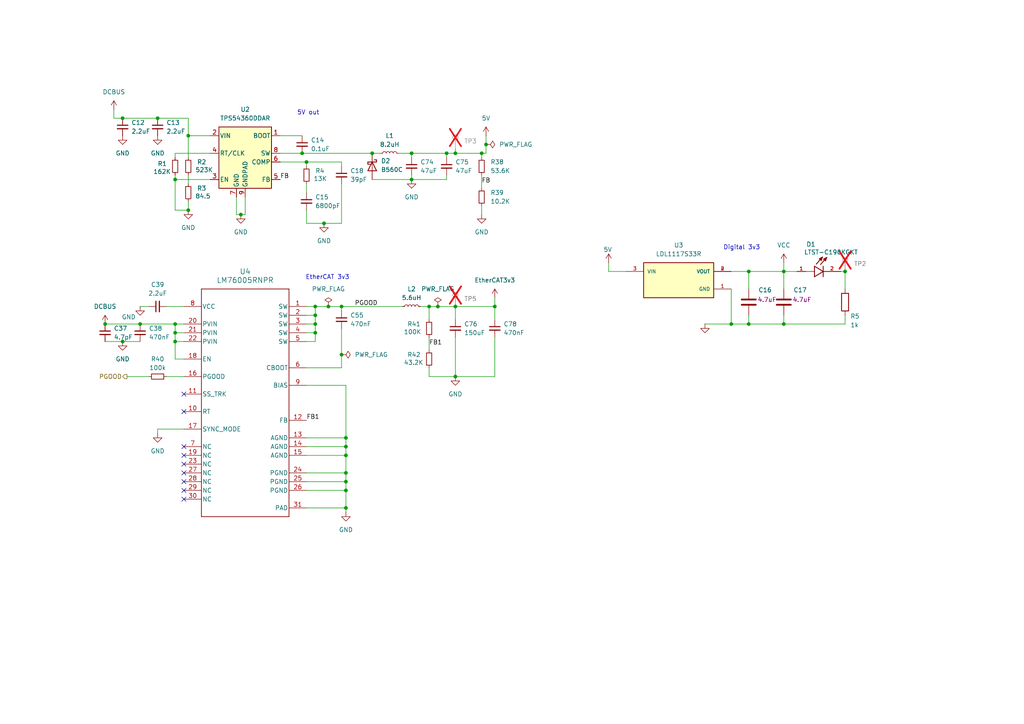
<source format=kicad_sch>
(kicad_sch (version 20231120) (generator "eeschema") (generator_version "8.0")
  (paper "A4")
  (lib_symbols
    (symbol "2024-07-02_05-34-37:LM76005RNPR" (pin_names (offset 0.254))
      (property "Reference" "U8" (at 0 40.64 0))
      (property "Value" "LM76005RNPR" (at 0 38.1 0))
      (symbol "LM76005RNPR_0_1"
        (polyline (pts (xy -12.7 -30.48) (xy 12.7 -30.48)) (stroke (width 0.2032)))
        (polyline (pts (xy -12.7 35.56) (xy -12.7 -30.48)) (stroke (width 0.2032)))
        (polyline (pts (xy 12.7 -30.48) (xy 12.7 35.56)) (stroke (width 0.2032)))
        (polyline (pts (xy 12.7 35.56) (xy -12.7 35.56)) (stroke (width 0.2032)))
        (pin power_in line (at 17.78 30.48 180) (length 5.08) (name "SW") (number "1"))
        (pin input line (at -17.78 0 0) (length 5.08) (name "RT") (number "10"))
        (pin input line (at -17.78 5.08 0) (length 5.08) (name "SS_TRK") (number "11"))
        (pin input line (at 17.78 -2.54 180) (length 5.08) (name "FB") (number "12"))
        (pin power_in line (at 17.78 -7.62 180) (length 5.08) (name "AGND") (number "13"))
        (pin power_in line (at 17.78 -10.16 180) (length 5.08) (name "AGND") (number "14"))
        (pin power_in line (at 17.78 -12.7 180) (length 5.08) (name "AGND") (number "15"))
        (pin open_collector line (at -17.78 10.16 0) (length 5.08) (name "PGOOD") (number "16"))
        (pin input line (at -17.78 -5.08 0) (length 5.08) (name "SYNC_MODE") (number "17"))
        (pin input line (at -17.78 15.24 0) (length 5.08) (name "EN") (number "18"))
        (pin unspecified line (at -17.78 -12.7 0) (length 5.08) (name "NC") (number "19"))
        (pin power_in line (at 17.78 27.94 180) (length 5.08) (name "SW") (number "2"))
        (pin power_in line (at -17.78 25.4 0) (length 5.08) (name "PVIN") (number "20"))
        (pin power_in line (at -17.78 22.86 0) (length 5.08) (name "PVIN") (number "21"))
        (pin power_in line (at -17.78 20.32 0) (length 5.08) (name "PVIN") (number "22"))
        (pin unspecified line (at -17.78 -15.24 0) (length 5.08) (name "NC") (number "23"))
        (pin power_in line (at 17.78 -17.78 180) (length 5.08) (name "PGND") (number "24"))
        (pin power_in line (at 17.78 -20.32 180) (length 5.08) (name "PGND") (number "25"))
        (pin power_in line (at 17.78 -22.86 180) (length 5.08) (name "PGND") (number "26"))
        (pin unspecified line (at -17.78 -17.78 0) (length 5.08) (name "NC") (number "27"))
        (pin unspecified line (at -17.78 -20.32 0) (length 5.08) (name "NC") (number "28"))
        (pin unspecified line (at -17.78 -22.86 0) (length 5.08) (name "NC") (number "29"))
        (pin power_in line (at 17.78 25.4 180) (length 5.08) (name "SW") (number "3"))
        (pin unspecified line (at -17.78 -25.4 0) (length 5.08) (name "NC") (number "30"))
        (pin power_in line (at 17.78 -27.94 180) (length 5.08) (name "PAD") (number "31"))
        (pin power_in line (at 17.78 22.86 180) (length 5.08) (name "SW") (number "4"))
        (pin power_in line (at 17.78 20.32 180) (length 5.08) (name "SW") (number "5"))
        (pin power_in line (at 17.78 12.7 180) (length 5.08) (name "CBOOT") (number "6"))
        (pin unspecified line (at -17.78 -10.16 0) (length 5.08) (name "NC") (number "7"))
      )
      (symbol "LM76005RNPR_1_1"
        (pin passive line (at -17.78 30.48 0) (length 5.08) (name "VCC") (number "8"))
        (pin passive line (at 17.78 7.62 180) (length 5.08) (name "BIAS") (number "9"))
      )
    )
    (symbol "Connector:TestPoint" (pin_numbers hide) (pin_names (offset 0.762) hide)
      (property "Reference" "TP" (at 0 6.858 0))
      (property "Value" "TestPoint" (at 0 5.08 0))
      (symbol "TestPoint_0_1"
        (circle (center 0 3.302) (radius 0.762))
      )
      (symbol "TestPoint_1_1"
        (pin passive line (at 0 0 90) (length 2.54) (name "1") (number "1"))
      )
    )
    (symbol "Device:C" (pin_numbers hide) (pin_names (offset 0.254))
      (property "Reference" "C" (at 0.635 2.54 0))
      (property "Value" "C" (at 0.635 -2.54 0))
      (symbol "C_0_1"
        (polyline (pts (xy -2.032 -0.762) (xy 2.032 -0.762)) (stroke (width 0.508)))
        (polyline (pts (xy -2.032 0.762) (xy 2.032 0.762)) (stroke (width 0.508)))
      )
      (symbol "C_1_1"
        (pin passive line (at 0 3.81 270) (length 2.794) (name "~") (number "1"))
        (pin passive line (at 0 -3.81 90) (length 2.794) (name "~") (number "2"))
      )
    )
    (symbol "Device:C_Small" (pin_numbers hide) (pin_names (offset 0.254) hide)
      (property "Reference" "C" (at 0.254 1.778 0))
      (property "Value" "C_Small" (at 0.254 -2.032 0))
      (symbol "C_Small_0_1"
        (polyline (pts (xy -1.524 -0.508) (xy 1.524 -0.508)) (stroke (width 0.3302)))
        (polyline (pts (xy -1.524 0.508) (xy 1.524 0.508)) (stroke (width 0.3048)))
      )
      (symbol "C_Small_1_1"
        (pin passive line (at 0 2.54 270) (length 2.032) (name "~") (number "1"))
        (pin passive line (at 0 -2.54 90) (length 2.032) (name "~") (number "2"))
      )
    )
    (symbol "Device:D_Schottky" (pin_numbers hide) (pin_names (offset 1.016) hide)
      (property "Reference" "D" (at 0 2.54 0))
      (property "Value" "D_Schottky" (at 0 -2.54 0))
      (symbol "D_Schottky_0_1"
        (polyline (pts (xy 1.27 0) (xy -1.27 0)))
        (polyline (pts (xy 1.27 1.27) (xy 1.27 -1.27) (xy -1.27 0) (xy 1.27 1.27)) (stroke (width 0.254)))
        (polyline (pts (xy -1.905 0.635) (xy -1.905 1.27) (xy -1.27 1.27) (xy -1.27 -1.27) (xy -0.635 -1.27) (xy -0.635 -0.635)) (stroke (width 0.254)))
      )
      (symbol "D_Schottky_1_1"
        (pin passive line (at -3.81 0 0) (length 2.54) (name "K") (number "1"))
        (pin passive line (at 3.81 0 180) (length 2.54) (name "A") (number "2"))
      )
    )
    (symbol "Device:L_Small" (pin_numbers hide) (pin_names (offset 0.254) hide)
      (property "Reference" "L" (at 0.762 1.016 0))
      (property "Value" "L_Small" (at 0.762 -1.016 0))
      (symbol "L_Small_0_1"
        (arc (start 0 -2.032) (mid 0.5058 -1.524) (end 0 -1.016))
        (arc (start 0 -1.016) (mid 0.5058 -0.508) (end 0 0))
        (arc (start 0 0) (mid 0.5058 0.508) (end 0 1.016))
        (arc (start 0 1.016) (mid 0.5058 1.524) (end 0 2.032))
      )
      (symbol "L_Small_1_1"
        (pin passive line (at 0 2.54 270) (length 0.508) (name "~") (number "1"))
        (pin passive line (at 0 -2.54 90) (length 0.508) (name "~") (number "2"))
      )
    )
    (symbol "Device:R" (pin_numbers hide) (pin_names (offset 0))
      (property "Reference" "R" (at 2.032 0 90))
      (property "Value" "R" (at 0 0 90))
      (symbol "R_0_1"
        (rectangle (start -1.016 -2.54) (end 1.016 2.54) (stroke (width 0.254)))
      )
      (symbol "R_1_1"
        (pin passive line (at 0 3.81 270) (length 1.27) (name "~") (number "1"))
        (pin passive line (at 0 -3.81 90) (length 1.27) (name "~") (number "2"))
      )
    )
    (symbol "Device:R_Small" (pin_numbers hide) (pin_names (offset 0.254) hide)
      (property "Reference" "R" (at 0.762 0.508 0))
      (property "Value" "R_Small" (at 0.762 -1.016 0))
      (symbol "R_Small_0_1"
        (rectangle (start -0.762 1.778) (end 0.762 -1.778) (stroke (width 0.2032)))
      )
      (symbol "R_Small_1_1"
        (pin passive line (at 0 2.54 270) (length 0.762) (name "~") (number "1"))
        (pin passive line (at 0 -2.54 90) (length 0.762) (name "~") (number "2"))
      )
    )
    (symbol "LDL1117S33R:LDL1117S33R" (pin_names (offset 1.016))
      (property "Reference" "U4" (at 0 10.16 0))
      (property "Value" "LDL1117S33R" (at 0 7.62 0))
      (symbol "LDL1117S33R_0_0"
        (rectangle (start -10.16 -5.08) (end 10.16 5.08) (stroke (width 0.254)) (fill (type background)))
        (pin power_in line (at 15.24 -2.54 180) (length 5.08) (name "GND") (number "1"))
        (pin input line (at -15.24 2.54 0) (length 5.08) (name "VIN") (number "3"))
      )
      (symbol "LDL1117S33R_1_0"
        (pin power_out line (at 15.24 2.54 180) (length 5.08) (name "VOUT") (number "2"))
        (pin power_out line (at 15.24 2.54 180) (length 5.08) (name "VOUT") (number "4"))
      )
    )
    (symbol "LTST-C190KGKT:LTST-C190KGKT" (pin_names (offset 1.016))
      (property "Reference" "D3" (at -3.556 7.874 0))
      (property "Value" "LTST-C190KGKT" (at 2.286 5.588 0))
      (symbol "LTST-C190KGKT_0_0"
        (polyline (pts (xy -2.54 -1.524) (xy 0 0)) (stroke (width 0.254)))
        (polyline (pts (xy -2.54 0) (xy -5.08 0)) (stroke (width 0.1524)))
        (polyline (pts (xy -2.54 0) (xy -2.54 -1.524)) (stroke (width 0.254)))
        (polyline (pts (xy -2.54 1.524) (xy -2.54 0)) (stroke (width 0.254)))
        (polyline (pts (xy -1.1176 3.683) (xy -0.2286 4.1656)) (stroke (width 0.254)))
        (polyline (pts (xy -0.9398 3.6068) (xy -0.7112 3.7592)) (stroke (width 0.254)))
        (polyline (pts (xy -0.5588 3.2004) (xy -1.1176 3.683)) (stroke (width 0.254)))
        (polyline (pts (xy -0.5588 3.2004) (xy -0.5334 3.937)) (stroke (width 0.254)))
        (polyline (pts (xy -0.5334 3.937) (xy -0.6604 3.937)) (stroke (width 0.254)))
        (polyline (pts (xy -0.2286 4.1656) (xy -2.0066 2.1336)) (stroke (width 0.254)))
        (polyline (pts (xy -0.2286 4.1656) (xy -0.5588 3.2004)) (stroke (width 0.254)))
        (polyline (pts (xy 0 0) (xy -2.54 1.524)) (stroke (width 0.254)))
        (polyline (pts (xy 0 1.524) (xy 0 -1.524)) (stroke (width 0.254)))
        (polyline (pts (xy 0.127 3.5814) (xy 1.016 4.064)) (stroke (width 0.254)))
        (polyline (pts (xy 0.3048 3.5052) (xy 0.5334 3.6576)) (stroke (width 0.254)))
        (polyline (pts (xy 0.6858 3.0988) (xy 0.127 3.5814)) (stroke (width 0.254)))
        (polyline (pts (xy 0.6858 3.0988) (xy 0.7112 3.8354)) (stroke (width 0.254)))
        (polyline (pts (xy 0.7112 3.8354) (xy 0.5842 3.8354)) (stroke (width 0.254)))
        (polyline (pts (xy 1.016 4.064) (xy -0.762 2.032)) (stroke (width 0.254)))
        (polyline (pts (xy 1.016 4.064) (xy 0.6858 3.0988)) (stroke (width 0.254)))
      )
      (symbol "LTST-C190KGKT_1_0"
        (pin passive line (at -7.62 0 0) (length 2.54) (name "~") (number "1"))
        (pin passive line (at 5.08 0 180) (length 5.08) (name "~") (number "2"))
      )
    )
    (symbol "Regulator_Switching:TPS54360DDA" (pin_names (offset 0.254))
      (property "Reference" "U2" (at 0 12.7 0))
      (property "Value" "TPS54360DDAR" (at 0 10.16 0))
      (symbol "TPS54360DDA_0_1"
        (rectangle (start -7.62 7.62) (end 7.62 -10.16) (stroke (width 0.254)) (fill (type background)))
      )
      (symbol "TPS54360DDA_1_1"
        (pin input line (at 10.16 5.08 180) (length 2.54) (name "BOOT") (number "1"))
        (pin power_in line (at -10.16 5.08 0) (length 2.54) (name "VIN") (number "2"))
        (pin input line (at -10.16 -7.62 0) (length 2.54) (name "EN") (number "3"))
        (pin input line (at -10.16 0 0) (length 2.54) (name "RT/CLK") (number "4"))
        (pin input line (at 10.16 -7.62 180) (length 2.54) (name "FB") (number "5"))
        (pin passive line (at 10.16 -2.54 180) (length 2.54) (name "COMP") (number "6"))
        (pin power_in line (at -2.54 -12.7 90) (length 2.54) (name "GND") (number "7"))
        (pin power_out line (at 10.16 0 180) (length 2.54) (name "SW") (number "8"))
        (pin power_in line (at 0 -12.7 90) (length 2.54) (name "GNDPAD") (number "9"))
      )
    )
    (symbol "power:+3.3V" (power) (pin_numbers hide) (pin_names (offset 0) hide)
      (property "Value" "+3.3V" (at 0 3.556 0))
      (symbol "+3.3V_0_1"
        (polyline (pts (xy -0.762 1.27) (xy 0 2.54)))
        (polyline (pts (xy 0 0) (xy 0 2.54)))
        (polyline (pts (xy 0 2.54) (xy 0.762 1.27)))
      )
      (symbol "+3.3V_1_1"
        (pin power_in line (at 0 0 90) (length 0) (name "~") (number "1"))
      )
    )
    (symbol "power:+48V" (power) (pin_numbers hide) (pin_names (offset 0) hide)
      (property "Value" "+48V" (at 0 3.556 0))
      (symbol "+48V_0_1"
        (polyline (pts (xy -0.762 1.27) (xy 0 2.54)))
        (polyline (pts (xy 0 0) (xy 0 2.54)))
        (polyline (pts (xy 0 2.54) (xy 0.762 1.27)))
      )
      (symbol "+48V_1_1"
        (pin power_in line (at 0 0 90) (length 0) (name "~") (number "1"))
      )
    )
    (symbol "power:+5V" (power) (pin_numbers hide) (pin_names (offset 0) hide)
      (property "Value" "+5V" (at 0 3.556 0))
      (symbol "+5V_0_1"
        (polyline (pts (xy -0.762 1.27) (xy 0 2.54)))
        (polyline (pts (xy 0 0) (xy 0 2.54)))
        (polyline (pts (xy 0 2.54) (xy 0.762 1.27)))
      )
      (symbol "+5V_1_1"
        (pin power_in line (at 0 0 90) (length 0) (name "~") (number "1"))
      )
    )
    (symbol "power:GND" (power) (pin_numbers hide) (pin_names (offset 0) hide)
      (property "Value" "GND" (at 0 -3.81 0))
      (symbol "GND_0_1"
        (polyline (pts (xy 0 0) (xy 0 -1.27) (xy 1.27 -1.27) (xy 0 -2.54) (xy -1.27 -1.27) (xy 0 -1.27)))
      )
      (symbol "GND_1_1"
        (pin power_in line (at 0 0 270) (length 0) (name "~") (number "1"))
      )
    )
    (symbol "power:PWR_FLAG" (power) (pin_numbers hide) (pin_names (offset 0) hide)
      (property "Value" "PWR_FLAG" (at 0 3.81 0))
      (symbol "PWR_FLAG_0_0"
        (pin power_out line (at 0 0 90) (length 0) (name "~") (number "1"))
      )
      (symbol "PWR_FLAG_0_1"
        (polyline (pts (xy 0 0) (xy 0 1.27) (xy -1.016 1.905) (xy 0 2.54) (xy 1.016 1.905) (xy 0 1.27)))
      )
    )
    (symbol "power:VCC" (power) (pin_numbers hide) (pin_names (offset 0) hide)
      (property "Value" "VCC" (at 0 3.556 0))
      (symbol "VCC_0_1"
        (polyline (pts (xy -0.762 1.27) (xy 0 2.54)))
        (polyline (pts (xy 0 0) (xy 0 2.54)))
        (polyline (pts (xy 0 2.54) (xy 0.762 1.27)))
      )
      (symbol "VCC_1_1"
        (pin power_in line (at 0 0 90) (length 0) (name "~") (number "1"))
      )
    )
  )
  (junction (at 95.25 88.9))
  (junction (at 99.06 88.9))
  (junction (at 50.8 93.98))
  (junction (at 50.8 99.06))
  (junction (at 30.48 93.98))
  (junction (at 35.56 99.06))
  (junction (at 100.33 139.7))
  (junction (at 54.61 60.96))
  (junction (at 35.56 34.29))
  (junction (at 140.97 41.91))
  (junction (at 50.8 52.07))
  (junction (at 40.64 93.98))
  (junction (at 127 88.9))
  (junction (at 245.11 78.74))
  (junction (at 100.33 132.08))
  (junction (at 119.38 44.45))
  (junction (at 217.17 78.74))
  (junction (at 107.95 44.45))
  (junction (at 100.33 137.16))
  (junction (at 227.33 93.98))
  (junction (at 87.63 44.45))
  (junction (at 93.98 64.77))
  (junction (at 132.08 109.22))
  (junction (at 139.7 44.45))
  (junction (at 45.72 34.29))
  (junction (at 227.33 78.74))
  (junction (at 132.08 44.45))
  (junction (at 91.44 96.52))
  (junction (at 119.38 52.07))
  (junction (at 143.51 88.9))
  (junction (at 217.17 93.98))
  (junction (at 91.44 88.9))
  (junction (at 100.33 127))
  (junction (at 100.33 142.24))
  (junction (at 100.33 147.32))
  (junction (at 132.08 88.9))
  (junction (at 100.33 129.54))
  (junction (at 91.44 93.98))
  (junction (at 91.44 91.44))
  (junction (at 124.46 88.9))
  (junction (at 212.09 93.98))
  (junction (at 88.9 46.99))
  (junction (at 99.06 102.87))
  (junction (at 50.8 96.52))
  (junction (at 54.61 39.37))
  (junction (at 129.54 44.45))
  (junction (at 69.85 62.23))
  (no_connect (at 53.34 129.54))
  (no_connect (at 53.34 114.3))
  (no_connect (at 53.34 144.78))
  (no_connect (at 53.34 139.7))
  (no_connect (at 53.34 134.62))
  (no_connect (at 53.34 119.38))
  (no_connect (at 53.34 137.16))
  (no_connect (at 53.34 142.24))
  (no_connect (at 53.34 132.08))
  (wire (pts (xy 50.8 50.8) (xy 50.8 52.07)))
  (wire (pts (xy 95.25 88.9) (xy 99.06 88.9)))
  (wire (pts (xy 54.61 60.96) (xy 54.61 58.42)))
  (wire (pts (xy 139.7 50.8) (xy 139.7 54.61)))
  (wire (pts (xy 50.8 96.52) (xy 53.34 96.52)))
  (wire (pts (xy 88.9 88.9) (xy 91.44 88.9)))
  (wire (pts (xy 50.8 96.52) (xy 50.8 99.06)))
  (wire (pts (xy 139.7 44.45) (xy 139.7 45.72)))
  (wire (pts (xy 107.95 44.45) (xy 110.49 44.45)))
  (wire (pts (xy 88.9 64.77) (xy 88.9 60.96)))
  (wire (pts (xy 50.8 60.96) (xy 54.61 60.96)))
  (wire (pts (xy 143.51 109.22) (xy 132.08 109.22)))
  (wire (pts (xy 36.83 109.22) (xy 43.18 109.22)))
  (wire (pts (xy 50.8 52.07) (xy 60.96 52.07)))
  (wire (pts (xy 100.33 142.24) (xy 88.9 142.24)))
  (wire (pts (xy 99.06 95.25) (xy 99.06 102.87)))
  (wire (pts (xy 50.8 99.06) (xy 53.34 99.06)))
  (wire (pts (xy 107.95 52.07) (xy 119.38 52.07)))
  (wire (pts (xy 212.09 83.82) (xy 212.09 93.98)))
  (wire (pts (xy 88.9 129.54) (xy 100.33 129.54)))
  (wire (pts (xy 91.44 88.9) (xy 95.25 88.9)))
  (wire (pts (xy 245.11 78.74) (xy 245.11 83.82)))
  (wire (pts (xy 99.06 88.9) (xy 116.84 88.9)))
  (wire (pts (xy 132.08 97.79) (xy 132.08 109.22)))
  (wire (pts (xy 87.63 44.45) (xy 107.95 44.45)))
  (wire (pts (xy 227.33 93.98) (xy 227.33 91.44)))
  (wire (pts (xy 129.54 52.07) (xy 129.54 50.8)))
  (wire (pts (xy 99.06 64.77) (xy 93.98 64.77)))
  (wire (pts (xy 217.17 93.98) (xy 227.33 93.98)))
  (wire (pts (xy 99.06 46.99) (xy 99.06 48.26)))
  (wire (pts (xy 140.97 44.45) (xy 139.7 44.45)))
  (wire (pts (xy 30.48 99.06) (xy 35.56 99.06)))
  (wire (pts (xy 54.61 39.37) (xy 60.96 39.37)))
  (wire (pts (xy 99.06 102.87) (xy 99.06 106.68)))
  (wire (pts (xy 50.8 93.98) (xy 53.34 93.98)))
  (wire (pts (xy 91.44 93.98) (xy 91.44 96.52)))
  (wire (pts (xy 45.72 124.46) (xy 53.34 124.46)))
  (wire (pts (xy 50.8 52.07) (xy 50.8 60.96)))
  (wire (pts (xy 40.64 93.98) (xy 50.8 93.98)))
  (wire (pts (xy 119.38 44.45) (xy 119.38 45.72)))
  (wire (pts (xy 68.58 62.23) (xy 69.85 62.23)))
  (wire (pts (xy 88.9 96.52) (xy 91.44 96.52)))
  (wire (pts (xy 119.38 52.07) (xy 129.54 52.07)))
  (wire (pts (xy 30.48 93.98) (xy 40.64 93.98)))
  (wire (pts (xy 54.61 45.72) (xy 54.61 39.37)))
  (wire (pts (xy 140.97 41.91) (xy 140.97 44.45)))
  (wire (pts (xy 35.56 99.06) (xy 40.64 99.06)))
  (wire (pts (xy 100.33 111.76) (xy 100.33 127)))
  (wire (pts (xy 121.92 88.9) (xy 124.46 88.9)))
  (wire (pts (xy 227.33 83.82) (xy 227.33 78.74)))
  (wire (pts (xy 132.08 109.22) (xy 124.46 109.22)))
  (wire (pts (xy 81.28 46.99) (xy 88.9 46.99)))
  (wire (pts (xy 91.44 91.44) (xy 88.9 91.44)))
  (wire (pts (xy 81.28 44.45) (xy 87.63 44.45)))
  (wire (pts (xy 139.7 59.69) (xy 139.7 62.23)))
  (wire (pts (xy 40.64 88.9) (xy 43.18 88.9)))
  (wire (pts (xy 124.46 97.79) (xy 124.46 101.6)))
  (wire (pts (xy 88.9 106.68) (xy 99.06 106.68)))
  (wire (pts (xy 227.33 78.74) (xy 227.33 76.2)))
  (wire (pts (xy 181.61 78.74) (xy 176.53 78.74)))
  (wire (pts (xy 88.9 139.7) (xy 100.33 139.7)))
  (wire (pts (xy 127 88.9) (xy 132.08 88.9)))
  (wire (pts (xy 88.9 147.32) (xy 100.33 147.32)))
  (wire (pts (xy 143.51 86.36) (xy 143.51 88.9)))
  (wire (pts (xy 48.26 109.22) (xy 53.34 109.22)))
  (wire (pts (xy 100.33 129.54) (xy 100.33 132.08)))
  (wire (pts (xy 50.8 93.98) (xy 50.8 96.52)))
  (wire (pts (xy 227.33 78.74) (xy 231.14 78.74)))
  (wire (pts (xy 45.72 34.29) (xy 35.56 34.29)))
  (wire (pts (xy 217.17 91.44) (xy 217.17 93.98)))
  (wire (pts (xy 88.9 46.99) (xy 99.06 46.99)))
  (wire (pts (xy 204.47 93.98) (xy 212.09 93.98)))
  (wire (pts (xy 132.08 44.45) (xy 139.7 44.45)))
  (wire (pts (xy 129.54 44.45) (xy 129.54 45.72)))
  (wire (pts (xy 48.26 88.9) (xy 53.34 88.9)))
  (wire (pts (xy 50.8 44.45) (xy 50.8 45.72)))
  (wire (pts (xy 143.51 97.79) (xy 143.51 109.22)))
  (wire (pts (xy 100.33 127) (xy 100.33 129.54)))
  (wire (pts (xy 50.8 104.14) (xy 50.8 99.06)))
  (wire (pts (xy 124.46 109.22) (xy 124.46 106.68)))
  (wire (pts (xy 100.33 139.7) (xy 100.33 142.24)))
  (wire (pts (xy 100.33 147.32) (xy 100.33 148.59)))
  (wire (pts (xy 33.02 31.75) (xy 33.02 34.29)))
  (wire (pts (xy 217.17 78.74) (xy 227.33 78.74)))
  (wire (pts (xy 99.06 53.34) (xy 99.06 64.77)))
  (wire (pts (xy 71.12 62.23) (xy 69.85 62.23)))
  (wire (pts (xy 81.28 39.37) (xy 87.63 39.37)))
  (wire (pts (xy 88.9 93.98) (xy 91.44 93.98)))
  (wire (pts (xy 53.34 104.14) (xy 50.8 104.14)))
  (wire (pts (xy 45.72 125.73) (xy 45.72 124.46)))
  (wire (pts (xy 132.08 43.18) (xy 132.08 44.45)))
  (wire (pts (xy 129.54 44.45) (xy 132.08 44.45)))
  (wire (pts (xy 54.61 34.29) (xy 45.72 34.29)))
  (wire (pts (xy 245.11 91.44) (xy 245.11 93.98)))
  (wire (pts (xy 71.12 57.15) (xy 71.12 62.23)))
  (wire (pts (xy 140.97 39.37) (xy 140.97 41.91)))
  (wire (pts (xy 93.98 64.77) (xy 88.9 64.77)))
  (wire (pts (xy 100.33 142.24) (xy 100.33 147.32)))
  (wire (pts (xy 54.61 34.29) (xy 54.61 39.37)))
  (wire (pts (xy 119.38 50.8) (xy 119.38 52.07)))
  (wire (pts (xy 100.33 137.16) (xy 100.33 139.7)))
  (wire (pts (xy 91.44 91.44) (xy 91.44 93.98)))
  (wire (pts (xy 50.8 44.45) (xy 60.96 44.45)))
  (wire (pts (xy 176.53 78.74) (xy 176.53 76.2)))
  (wire (pts (xy 88.9 127) (xy 100.33 127)))
  (wire (pts (xy 217.17 78.74) (xy 217.17 83.82)))
  (wire (pts (xy 124.46 88.9) (xy 124.46 92.71)))
  (wire (pts (xy 88.9 111.76) (xy 100.33 111.76)))
  (wire (pts (xy 88.9 46.99) (xy 88.9 48.26)))
  (wire (pts (xy 115.57 44.45) (xy 119.38 44.45)))
  (wire (pts (xy 54.61 50.8) (xy 54.61 53.34)))
  (wire (pts (xy 88.9 137.16) (xy 100.33 137.16)))
  (wire (pts (xy 91.44 96.52) (xy 91.44 99.06)))
  (wire (pts (xy 35.56 34.29) (xy 33.02 34.29)))
  (wire (pts (xy 143.51 88.9) (xy 143.51 92.71)))
  (wire (pts (xy 132.08 88.9) (xy 132.08 92.71)))
  (wire (pts (xy 132.08 88.9) (xy 143.51 88.9)))
  (wire (pts (xy 88.9 99.06) (xy 91.44 99.06)))
  (wire (pts (xy 124.46 88.9) (xy 127 88.9)))
  (wire (pts (xy 68.58 57.15) (xy 68.58 62.23)))
  (wire (pts (xy 91.44 88.9) (xy 91.44 91.44)))
  (wire (pts (xy 119.38 44.45) (xy 129.54 44.45)))
  (wire (pts (xy 99.06 88.9) (xy 99.06 90.17)))
  (wire (pts (xy 100.33 132.08) (xy 100.33 137.16)))
  (wire (pts (xy 88.9 53.34) (xy 88.9 55.88)))
  (wire (pts (xy 212.09 78.74) (xy 217.17 78.74)))
  (wire (pts (xy 245.11 93.98) (xy 227.33 93.98)))
  (wire (pts (xy 88.9 132.08) (xy 100.33 132.08)))
  (wire (pts (xy 212.09 93.98) (xy 217.17 93.98)))
  (wire (pts (xy 243.84 78.74) (xy 245.11 78.74)))
  (text "Digital 3v3" (at 215.138 71.882 0) (effects (font (size 1.27 1.27))))
  (text "EtherCAT 3v3" (at 94.996 80.518 0) (effects (font (size 1.27 1.27))))
  (text "5V out" (at 89.408 32.766 0) (effects (font (size 1.27 1.27))))
  (label "PGOOD" (at 102.87 88.9 0))
  (label "FB" (at 81.28 52.07 0))
  (label "FB1" (at 124.46 100.33 0))
  (label "FB1" (at 88.9 121.92 0))
  (label "FB" (at 139.7 53.34 0))
  (hierarchical_label "PGOOD" (shape output) (at 36.83 109.22 180))
  (symbol (lib_id "power:VCC") (at 227.33 76.2 0) (unit 1)
    (property "Reference" "#PWR015" (effects (hide yes)))
    (property "Value" "VCC" (at 227.33 71.12 0))
    (property "Description" "Power symbol creates a global label with name \"VCC\"" (effects (hide yes)))
  )
  (symbol (lib_id "power:+5V") (at 176.53 76.2 0) (unit 1)
    (property "Reference" "#PWR011" (effects (hide yes)))
    (property "Value" "5V" (at 176.276 72.39 0))
  )
  (symbol (lib_id "Device:L_Small") (at 119.38 88.9 90) (unit 1)
    (property "Reference" "L2" (at 119.38 83.82 90))
    (property "Value" "5.6uH" (at 119.38 86.36 90))
    (property "Description" "Inductor, small symbol" (effects (hide yes)))
  )
  (symbol (lib_id "power:GND") (at 139.7 62.23 0) (unit 1)
    (property "Reference" "#PWR010" (effects (hide yes)))
    (property "Value" "GND" (at 139.7 67.31 0))
    (property "Description" "Power symbol creates a global label with name \"GND\" , ground" (effects (hide yes)))
  )
  (symbol (lib_id "Device:C_Small") (at 45.72 36.83 0) (unit 1)
    (property "Reference" "C13" (at 48.26 35.5662 0) (effects (justify left)))
    (property "Value" "2.2uF" (at 48.26 38.1062 0) (effects (justify left)))
    (property "Description" "Unpolarized capacitor, small symbol" (effects (hide yes)))
  )
  (symbol (lib_id "power:+5V") (at 140.97 39.37 0) (unit 1)
    (property "Reference" "#PWR012" (effects (hide yes)))
    (property "Value" "5V" (at 140.97 34.29 0))
    (property "Description" "Power symbol creates a global label with name \"+5V\"" (effects (hide yes)))
  )
  (symbol (lib_id "LTST-C190KGKT:LTST-C190KGKT") (at 238.76 78.74 0) (unit 1)
    (property "Reference" "D1" (at 235.204 70.866 0))
    (property "Value" "LTST-C190KGKT" (at 241.046 73.152 0))
    (property "Footprint" "Diode_SMD:D_0603_1608Metric" (effects (hide yes)))
    (property "MF" "Lite-On Inc." (effects (hide yes)))
    (property "Description_1" "\nGreen 571nm LED Indication - Discrete 2V 0603 (1608 Metric)\n" (effects (hide yes)))
    (property "Package" "0603 Lite-On" (effects (hide yes)))
    (property "Price" "None" (effects (hide yes)))
    (property "SnapEDA_Link" "https://www.snapeda.com/parts/LTST-C190KGKT/Lite-On+Inc./view-part/?ref=snap" (effects (hide yes)))
    (property "MP" "LTST-C190KGKT" (effects (hide yes)))
    (property "Availability" "In Stock" (effects (hide yes)))
    (property "Check_prices" "https://www.snapeda.com/parts/LTST-C190KGKT/Lite-On+Inc./view-part/?ref=eda" (effects (hide yes)))
    (property "LCSC Part #" "C125094" (effects (hide yes)))
  )
  (symbol (lib_id "Device:R_Small") (at 54.61 55.88 0) (unit 1)
    (property "Reference" "R3" (at 57.15 54.61 0) (effects (justify left)))
    (property "Value" "84.5" (at 56.642 56.896 0) (effects (justify left)))
    (property "Description" "Resistor, small symbol" (effects (hide yes)))
  )
  (symbol (lib_id "power:+3.3V") (at 143.51 86.36 0) (unit 1)
    (property "Reference" "#PWR097" (effects (hide yes)))
    (property "Value" "EtherCAT3v3" (at 143.51 81.28 0))
    (property "Description" "Power symbol creates a global label with name \"+3.3V\"" (effects (hide yes)))
  )
  (symbol (lib_id "Connector:TestPoint") (at 245.11 78.74 0) (unit 1) (dnp yes)
    (property "Reference" "TP2" (at 247.65 77.216 0) (effects (justify left bottom)))
    (property "Value" "TESTPOINT" (effects (hide yes)))
    (property "Footprint" "TestPoint:TestPoint_Pad_1.0x1.0mm" (effects (hide yes)))
    (property "Description" "SMD test pin" (effects (hide yes)))
  )
  (symbol (lib_id "Regulator_Switching:TPS54360DDA") (at 71.12 44.45 0) (unit 1)
    (property "Reference" "U2" (at 71.12 31.75 0))
    (property "Value" "TPS54360DDAR" (at 71.12 34.29 0))
    (property "Footprint" "Package_SO:TI_SO-PowerPAD-8_ThermalVias" (effects (hide yes)))
    (property "Datasheet" "http://www.ti.com/lit/ds/symlink/tps54360.pdf" (effects (hide yes)))
    (property "Description" "3.5A, Step Down DC-DC Converter with Eco-mode, 4.5-60V Input Voltage, PowerSO-8" (effects (hide yes)))
    (property "LCSC Part #" "C524806" (effects (hide yes)))
    (property "LCSC Part #" "C524806" (effects (hide yes)))
  )
  (symbol (lib_id "Device:C_Small") (at 87.63 41.91 0) (unit 1)
    (property "Reference" "C14" (at 90.17 40.6462 0) (effects (justify left)))
    (property "Value" "0.1uF" (at 90.17 43.1862 0) (effects (justify left)))
    (property "Description" "Unpolarized capacitor, small symbol" (effects (hide yes)))
  )
  (symbol (lib_id "power:GND") (at 45.72 125.73 0) (unit 1)
    (property "Reference" "#PWR069" (effects (hide yes)))
    (property "Value" "GND" (at 45.72 130.81 0))
    (property "Description" "Power symbol creates a global label with name \"GND\" , ground" (effects (hide yes)))
  )
  (symbol (lib_id "Device:C_Small") (at 143.51 95.25 0) (unit 1)
    (property "Reference" "C78" (at 146.05 93.9862 0) (effects (justify left)))
    (property "Value" "470nF" (at 146.05 96.5262 0) (effects (justify left)))
    (property "Description" "Unpolarized capacitor, small symbol" (effects (hide yes)))
  )
  (symbol (lib_id "Device:R_Small") (at 124.46 95.25 0) (unit 1)
    (property "Reference" "R41" (at 118.11 93.98 0) (effects (justify left)))
    (property "Value" "100K" (at 117.094 96.266 0) (effects (justify left)))
    (property "Description" "Resistor, small symbol" (effects (hide yes)))
  )
  (symbol (lib_id "Device:C") (at 217.17 87.63 0) (unit 1)
    (property "Reference" "C16" (at 219.964 84.836 0) (effects (justify left bottom)))
    (property "Value" "4.7uF" (effects (hide yes)))
    (property "Footprint" "Capacitor_SMD:C_0805_2012Metric" (effects (hide yes)))
    (property "Description" "CAP CER 4.7UF 35V X5R 0805" (effects (hide yes)))
    (property "SUPPLIER 1" "Digi-Key" (effects (hide yes)))
    (property "SUPPLIER PART NUMBER 1" "490-7208-2-ND" (effects (hide yes)))
    (property "MANUFACTURER" "Murata Electronics North America" (effects (hide yes)))
    (property "ROHS" "RoHS Compliant" (effects (hide yes)))
    (property "CATEGORY" "Capacitors" (effects (hide yes)))
    (property "PRICING 1" "4000=0.05126, 8000=0.0487, 12000=0.04613 (USD)" (effects (hide yes)))
    (property "PACKAGING" "Tape & Reel (TR)" (effects (hide yes)))
    (property "PART STATUS" "Active" (effects (hide yes)))
    (property "TOLERANCE" "±10%" (effects (hide yes)))
    (property "VOLTAGE - RATED" "35V" (effects (hide yes)))
    (property "TEMPERATURE COEFFICIENT" "X5R" (effects (hide yes)))
    (property "OPERATING TEMPERATURE" "-55°C ~ 85°C" (effects (hide yes)))
    (property "FEATURES" "Derating Recommended" (effects (hide yes)))
    (property "RATINGS" "-" (effects (hide yes)))
    (property "APPLICATIONS" "General Purpose" (effects (hide yes)))
    (property "MOUNTING TYPE" "Surface Mount, MLCC" (effects (hide yes)))
    (property "PACKAGE / CASE" "0805 (2012 Metric)" (effects (hide yes)))
    (property "SIZE / DIMENSION" "0.079\" L x 0.049\" W (2.01mm x 1.25mm)" (effects (hide yes)))
    (property "HEIGHT - SEATED (MAX)" "-" (effects (hide yes)))
    (property "THICKNESS (MAX)" "0.037\" (0.95mm)" (effects (hide yes)))
    (property "LEAD SPACING" "-" (effects (hide yes)))
    (property "LEAD STYLE" "-" (effects (hide yes)))
    (property "COMPONENTLINK1URL" "http://www.murata.com/~/media/webrenewal/support/library/catalog/products/capacitor/mlcc/c02e.ashx?la=en-us" (effects (hide yes)))
    (property "COMPONENTLINK1DESCRIPTION" "http://www.murata.com/~/media/webrenewal/support/library/catalog/products/capacitor/mlcc/c02e.ashx?la=en-us" (effects (hide yes)))
    (property "SUPPLIER 2" "Digi-Key" (effects (hide yes)))
    (property "SUPPLIER PART NUMBER 2" "490-7208-1-ND" (effects (hide yes)))
    (property "PRICING 2" "1=0.26, 10=0.177, 100=0.1002, 500=0.07076, 1000=0.06191 (USD)" (effects (hide yes)))
    (property "ALTIUM_VALUE" "4.7uF" (at 219.71 87.63 0) (effects (justify left bottom)))
    (property "STOCK" "152000" (effects (hide yes)))
    (property "MANUFACTURER PART NUMBER" "GRM219R6YA475KA73D" (effects (hide yes)))
    (property "LCSC Part #" "C913498" (effects (hide yes)))
    (property "LCSC Part #" "C913498" (effects (hide yes)))
  )
  (symbol (lib_id "power:GND") (at 100.33 148.59 0) (unit 1)
    (property "Reference" "#PWR070" (effects (hide yes)))
    (property "Value" "GND" (at 100.33 153.67 0))
    (property "Description" "Power symbol creates a global label with name \"GND\" , ground" (effects (hide yes)))
  )
  (symbol (lib_id "power:PWR_FLAG") (at 99.06 102.87 270) (unit 1)
    (property "Reference" "#FLG02" (effects (hide yes)))
    (property "Value" "PWR_FLAG" (at 102.87 102.8699 90) (effects (justify left)))
    (property "Description" "Special symbol for telling ERC where power comes from" (effects (hide yes)))
  )
  (symbol (lib_id "power:PWR_FLAG") (at 140.97 41.91 270) (unit 1)
    (property "Reference" "#FLG04" (effects (hide yes)))
    (property "Value" "PWR_FLAG" (at 144.78 41.9099 90) (effects (justify left)))
    (property "Description" "Special symbol for telling ERC where power comes from" (effects (hide yes)))
  )
  (symbol (lib_id "power:GND") (at 35.56 99.06 0) (unit 1)
    (property "Reference" "#PWR017" (effects (hide yes)))
    (property "Value" "GND" (at 35.56 104.14 0))
    (property "Description" "Power symbol creates a global label with name \"GND\" , ground" (effects (hide yes)))
  )
  (symbol (lib_id "Device:C_Small") (at 88.9 58.42 0) (unit 1)
    (property "Reference" "C15" (at 91.44 57.1562 0) (effects (justify left)))
    (property "Value" "6800pF" (at 91.44 59.6962 0) (effects (justify left)))
    (property "Description" "Unpolarized capacitor, small symbol" (effects (hide yes)))
  )
  (symbol (lib_id "Device:C_Small") (at 132.08 95.25 0) (unit 1)
    (property "Reference" "C76" (at 134.62 93.9862 0) (effects (justify left)))
    (property "Value" "150uF" (at 134.62 96.5262 0) (effects (justify left)))
    (property "Description" "Unpolarized capacitor, small symbol" (effects (hide yes)))
  )
  (symbol (lib_id "power:PWR_FLAG") (at 95.25 88.9 0) (unit 1)
    (property "Reference" "#FLG01" (effects (hide yes)))
    (property "Value" "PWR_FLAG" (at 95.25 83.82 0))
    (property "Description" "Special symbol for telling ERC where power comes from" (effects (hide yes)))
  )
  (symbol (lib_id "Device:C_Small") (at 99.06 50.8 0) (unit 1)
    (property "Reference" "C18" (at 101.6 49.5362 0) (effects (justify left)))
    (property "Value" "39pF" (at 101.6 52.0762 0) (effects (justify left)))
    (property "Description" "Unpolarized capacitor, small symbol" (effects (hide yes)))
  )
  (symbol (lib_id "power:+48V") (at 33.02 31.75 0) (unit 1)
    (property "Reference" "#PWR03" (effects (hide yes)))
    (property "Value" "DCBUS" (at 33.02 26.67 0))
    (property "Description" "Power symbol creates a global label with name \"+48V\"" (effects (hide yes)))
  )
  (symbol (lib_id "Device:R_Small") (at 54.61 48.26 0) (unit 1)
    (property "Reference" "R2" (at 57.15 46.99 0) (effects (justify left)))
    (property "Value" "523K" (at 56.642 49.276 0) (effects (justify left)))
    (property "Description" "Resistor, small symbol" (effects (hide yes)))
  )
  (symbol (lib_id "power:GND") (at 69.85 62.23 0) (unit 1)
    (property "Reference" "#PWR07" (effects (hide yes)))
    (property "Value" "GND" (at 69.85 67.31 0))
    (property "Description" "Power symbol creates a global label with name \"GND\" , ground" (effects (hide yes)))
  )
  (symbol (lib_id "power:GND") (at 35.56 39.37 0) (unit 1)
    (property "Reference" "#PWR04" (effects (hide yes)))
    (property "Value" "GND" (at 35.56 44.45 0))
    (property "Description" "Power symbol creates a global label with name \"GND\" , ground" (effects (hide yes)))
  )
  (symbol (lib_id "2024-07-02_05-34-37:LM76005RNPR") (at 71.12 119.38 0) (unit 1)
    (property "Reference" "U4" (at 71.12 78.74 0) (effects (font (size 1.524 1.524))))
    (property "Value" "LM76005RNPR" (at 71.12 81.28 0) (effects (font (size 1.524 1.524))))
    (property "Datasheet" "LM76005RNPR" (effects (hide yes)))
    (property "LCSC Part #" "C2866241" (effects (hide yes)))
  )
  (symbol (lib_id "Device:C_Small") (at 35.56 36.83 0) (unit 1)
    (property "Reference" "C12" (at 38.1 35.5662 0) (effects (justify left)))
    (property "Value" "2.2uF" (at 38.1 38.1062 0) (effects (justify left)))
    (property "Description" "Unpolarized capacitor, small symbol" (effects (hide yes)))
  )
  (symbol (lib_id "Connector:TestPoint") (at 132.08 88.9 0) (unit 1) (dnp yes)
    (property "Reference" "TP5" (at 134.62 87.376 0) (effects (justify left bottom)))
    (property "Value" "TESTPOINT" (effects (hide yes)))
    (property "Footprint" "TestPoint:TestPoint_Pad_1.0x1.0mm" (effects (hide yes)))
    (property "Description" "SMD test pin" (effects (hide yes)))
  )
  (symbol (lib_id "Device:D_Schottky") (at 107.95 48.26 270) (unit 1)
    (property "Reference" "D2" (at 110.49 46.6724 90) (effects (justify left)))
    (property "Value" "B560C" (at 110.49 49.2124 90) (effects (justify left)))
    (property "Description" "Schottky diode" (effects (hide yes)))
  )
  (symbol (lib_id "Device:R_Small") (at 124.46 104.14 0) (unit 1)
    (property "Reference" "R42" (at 118.11 102.87 0) (effects (justify left)))
    (property "Value" "43.2K" (at 117.094 105.156 0) (effects (justify left)))
    (property "Description" "Resistor, small symbol" (effects (hide yes)))
  )
  (symbol (lib_id "Device:R_Small") (at 139.7 57.15 0) (unit 1)
    (property "Reference" "R39" (at 142.24 55.8799 0) (effects (justify left)))
    (property "Value" "10.2K" (at 142.24 58.4199 0) (effects (justify left)))
    (property "Description" "Resistor, small symbol" (effects (hide yes)))
  )
  (symbol (lib_id "power:GND") (at 119.38 52.07 0) (unit 1)
    (property "Reference" "#PWR09" (effects (hide yes)))
    (property "Value" "GND" (at 119.38 57.15 0))
    (property "Description" "Power symbol creates a global label with name \"GND\" , ground" (effects (hide yes)))
  )
  (symbol (lib_id "Device:L_Small") (at 113.03 44.45 90) (unit 1)
    (property "Reference" "L1" (at 113.03 39.37 90))
    (property "Value" "8.2uH" (at 113.03 41.91 90))
    (property "Description" "Inductor, small symbol" (effects (hide yes)))
  )
  (symbol (lib_id "LDL1117S33R:LDL1117S33R") (at 196.85 81.28 0) (unit 1)
    (property "Reference" "U3" (at 196.85 71.12 0))
    (property "Value" "LDL1117S33R" (at 196.85 73.66 0))
    (property "Footprint" "Package_TO_SOT_SMD:SOT-223" (effects (hide yes)))
    (property "MF" "STMicroelectronics" (effects (hide yes)))
    (property "MAXIMUM_PACKAGE_HEIGHT" "1.8 mm" (effects (hide yes)))
    (property "Package" "SOT-223 STMicroelectronics" (effects (hide yes)))
    (property "Price" "None" (effects (hide yes)))
    (property "Check_prices" "https://www.snapeda.com/parts/LDL1117S33R/STMicroelectronics/view-part/?ref=eda" (effects (hide yes)))
    (property "STANDARD" "IPC 7351B" (effects (hide yes)))
    (property "PARTREV" "7" (effects (hide yes)))
    (property "SnapEDA_Link" "https://www.snapeda.com/parts/LDL1117S33R/STMicroelectronics/view-part/?ref=snap" (effects (hide yes)))
    (property "MP" "LDL1117S33R" (effects (hide yes)))
    (property "Description_1" "\nLinear Voltage Regulator IC Positive Fixed 1 Output 1.2A SOT-223\n" (effects (hide yes)))
    (property "SNAPEDA_PN" "LDL1117S33R" (effects (hide yes)))
    (property "Availability" "In Stock" (effects (hide yes)))
    (property "MANUFACTURER" "STMicroelectronics" (effects (hide yes)))
    (property "LCSC Part #" "C435835" (effects (hide yes)))
    (property "LCSC Part #" "C435835" (effects (hide yes)))
  )
  (symbol (lib_id "Device:R") (at 245.11 87.63 0) (unit 1)
    (property "Reference" "R5" (at 246.634 92.456 0) (effects (justify left bottom)))
    (property "Value" "1k" (at 246.634 94.996 0) (effects (justify left bottom)))
    (property "Footprint" "Resistor_SMD:R_0603_1608Metric" (effects (hide yes)))
    (property "Description" "RES SMD 1K OHM 1% 1/10W 0603" (effects (hide yes)))
    (property "SUPPLIER 1" "Digi-Key" (effects (hide yes)))
    (property "SUPPLIER PART NUMBER 1" "311-1.00KHRCT-ND" (effects (hide yes)))
    (property "MANUFACTURER" "Yageo" (effects (hide yes)))
    (property "ROHS" "RoHS Compliant" (effects (hide yes)))
    (property "CATEGORY" "Resistors" (effects (hide yes)))
    (property "STOCK 1" "6734836" (effects (hide yes)))
    (property "PRICING 1" "1=0.1, 10=0.014, 25=0.01, 100=0.0057, 250=0.00436, 500=0.00348, 1000=0.00257, 2500=0.00223 (USD)" (effects (hide yes)))
    (property "PACKAGING" "Cut Tape (CT)" (effects (hide yes)))
    (property "TOLERANCE" "±1%" (effects (hide yes)))
    (property "POWER (WATTS)" "0.1W, 1/10W" (effects (hide yes)))
    (property "COMPOSITION" "Thick Film" (effects (hide yes)))
    (property "FEATURES" "Moisture Resistant" (effects (hide yes)))
    (property "TEMPERATURE COEFFICIENT" "±100ppm/°C" (effects (hide yes)))
    (property "OPERATING TEMPERATURE" "-55°C ~ 155°C" (effects (hide yes)))
    (property "PACKAGE / CASE" "0603 (1608 Metric)" (effects (hide yes)))
    (property "SUPPLIER DEVICE PACKAGE" "0603" (effects (hide yes)))
    (property "SIZE / DIMENSION" "0.063\" L x 0.031\" W (1.60mm x 0.80mm)" (effects (hide yes)))
    (property "HEIGHT" "0.022\" (0.55mm)" (effects (hide yes)))
    (property "NUMBER OF TERMINATIONS" "2" (effects (hide yes)))
    (property "COMPONENTLINK1URL" "http://www.yageo.com/documents/recent/PYu-RC_Group_51_RoHS_L_04.pdf" (effects (hide yes)))
    (property "COMPONENTLINK1DESCRIPTION" "http://www.yageo.com/documents/recent/PYu-RC_Group_51_RoHS_L_04.pdf" (effects (hide yes)))
    (property "MANUFACTURER PART NUMBER" "RC0603FR-071KL" (effects (hide yes)))
    (property "RESISTANCE (OHMS)" "1k" (effects (hide yes)))
    (property "LCSC Part #" "C22548" (effects (hide yes)))
    (property "LCSC Part #" "C22548" (effects (hide yes)))
  )
  (symbol (lib_id "Device:C_Small") (at 99.06 92.71 0) (unit 1)
    (property "Reference" "C55" (at 101.6 91.4462 0) (effects (justify left)))
    (property "Value" "470nF" (at 101.6 93.9862 0) (effects (justify left)))
    (property "Description" "Unpolarized capacitor, small symbol" (effects (hide yes)))
  )
  (symbol (lib_id "power:GND") (at 132.08 109.22 0) (unit 1)
    (property "Reference" "#PWR096" (effects (hide yes)))
    (property "Value" "GND" (at 132.08 114.3 0))
    (property "Description" "Power symbol creates a global label with name \"GND\" , ground" (effects (hide yes)))
  )
  (symbol (lib_id "power:GND") (at 93.98 64.77 0) (unit 1)
    (property "Reference" "#PWR08" (effects (hide yes)))
    (property "Value" "GND" (at 93.98 69.85 0))
    (property "Description" "Power symbol creates a global label with name \"GND\" , ground" (effects (hide yes)))
  )
  (symbol (lib_id "Connector:TestPoint") (at 132.08 43.18 0) (unit 1) (dnp yes)
    (property "Reference" "TP3" (at 134.62 41.656 0) (effects (justify left bottom)))
    (property "Value" "TESTPOINT" (effects (hide yes)))
    (property "Footprint" "TestPoint:TestPoint_Pad_1.0x1.0mm" (effects (hide yes)))
    (property "Description" "SMD test pin" (effects (hide yes)))
  )
  (symbol (lib_id "power:PWR_FLAG") (at 127 88.9 0) (unit 1)
    (property "Reference" "#FLG03" (effects (hide yes)))
    (property "Value" "PWR_FLAG" (at 127 83.82 0))
    (property "Description" "Special symbol for telling ERC where power comes from" (effects (hide yes)))
  )
  (symbol (lib_id "Device:R_Small") (at 88.9 50.8 0) (unit 1)
    (property "Reference" "R4" (at 91.44 49.53 0) (effects (justify left)))
    (property "Value" "13K" (at 90.932 51.816 0) (effects (justify left)))
    (property "Description" "Resistor, small symbol" (effects (hide yes)))
  )
  (symbol (lib_id "Device:R_Small") (at 50.8 48.26 0) (unit 1)
    (property "Reference" "R1" (at 45.72 47.498 0) (effects (justify left)))
    (property "Value" "162K" (at 44.45 49.784 0) (effects (justify left)))
    (property "Description" "Resistor, small symbol" (effects (hide yes)))
  )
  (symbol (lib_id "Device:C_Small") (at 40.64 96.52 0) (unit 1)
    (property "Reference" "C38" (at 43.18 95.2562 0) (effects (justify left)))
    (property "Value" "470nF" (at 43.18 97.7962 0) (effects (justify left)))
    (property "Description" "Unpolarized capacitor, small symbol" (effects (hide yes)))
  )
  (symbol (lib_id "power:GND") (at 204.47 93.98 0) (unit 1)
    (property "Reference" "#PWR014" (effects (hide yes)))
    (property "Value" "GND" (effects (hide yes)))
  )
  (symbol (lib_id "power:GND") (at 54.61 60.96 0) (unit 1)
    (property "Reference" "#PWR06" (effects (hide yes)))
    (property "Value" "GND" (at 54.61 66.04 0))
    (property "Description" "Power symbol creates a global label with name \"GND\" , ground" (effects (hide yes)))
  )
  (symbol (lib_id "Device:C_Small") (at 45.72 88.9 90) (unit 1)
    (property "Reference" "C39" (at 45.7263 82.55 90))
    (property "Value" "2.2uF" (at 45.7263 85.09 90))
    (property "Description" "Unpolarized capacitor, small symbol" (effects (hide yes)))
  )
  (symbol (lib_id "power:+48V") (at 30.48 93.98 0) (unit 1)
    (property "Reference" "#PWR016" (effects (hide yes)))
    (property "Value" "DCBUS" (at 30.48 88.9 0))
    (property "Description" "Power symbol creates a global label with name \"+48V\"" (effects (hide yes)))
  )
  (symbol (lib_id "Device:C_Small") (at 129.54 48.26 0) (unit 1)
    (property "Reference" "C75" (at 132.08 46.9962 0) (effects (justify left)))
    (property "Value" "47uF" (at 132.08 49.5362 0) (effects (justify left)))
    (property "Description" "Unpolarized capacitor, small symbol" (effects (hide yes)))
  )
  (symbol (lib_id "power:GND") (at 40.64 88.9 0) (unit 1)
    (property "Reference" "#PWR055" (effects (hide yes)))
    (property "Value" "GND" (at 37.338 91.948 0))
    (property "Description" "Power symbol creates a global label with name \"GND\" , ground" (effects (hide yes)))
  )
  (symbol (lib_id "Device:C_Small") (at 119.38 48.26 0) (unit 1)
    (property "Reference" "C74" (at 121.92 46.9962 0) (effects (justify left)))
    (property "Value" "47uF" (at 121.92 49.5362 0) (effects (justify left)))
    (property "Description" "Unpolarized capacitor, small symbol" (effects (hide yes)))
  )
  (symbol (lib_id "Device:C_Small") (at 30.48 96.52 0) (unit 1)
    (property "Reference" "C37" (at 33.02 95.2562 0) (effects (justify left)))
    (property "Value" "4.7pF" (at 33.02 97.7962 0) (effects (justify left)))
    (property "Description" "Unpolarized capacitor, small symbol" (effects (hide yes)))
  )
  (symbol (lib_id "power:GND") (at 45.72 39.37 0) (unit 1)
    (property "Reference" "#PWR05" (effects (hide yes)))
    (property "Value" "GND" (at 45.72 44.45 0))
    (property "Description" "Power symbol creates a global label with name \"GND\" , ground" (effects (hide yes)))
  )
  (symbol (lib_id "Device:R_Small") (at 45.72 109.22 90) (unit 1)
    (property "Reference" "R40" (at 45.72 104.14 90))
    (property "Value" "100k" (at 45.72 106.68 90))
    (property "Description" "Resistor, small symbol" (effects (hide yes)))
  )
  (symbol (lib_id "Device:R_Small") (at 139.7 48.26 0) (unit 1)
    (property "Reference" "R38" (at 142.24 46.9899 0) (effects (justify left)))
    (property "Value" "53.6K" (at 142.24 49.5299 0) (effects (justify left)))
    (property "Description" "Resistor, small symbol" (effects (hide yes)))
  )
  (symbol (lib_id "Device:C") (at 227.33 87.63 0) (unit 1)
    (property "Reference" "C17" (at 230.124 84.836 0) (effects (justify left bottom)))
    (property "Value" "4.7uF" (effects (hide yes)))
    (property "Footprint" "Capacitor_SMD:C_0805_2012Metric" (effects (hide yes)))
    (property "Description" "CAP CER 4.7UF 35V X5R 0805" (effects (hide yes)))
    (property "SUPPLIER 1" "Digi-Key" (effects (hide yes)))
    (property "SUPPLIER PART NUMBER 1" "490-7208-2-ND" (effects (hide yes)))
    (property "MANUFACTURER" "Murata Electronics North America" (effects (hide yes)))
    (property "ROHS" "RoHS Compliant" (effects (hide yes)))
    (property "CATEGORY" "Capacitors" (effects (hide yes)))
    (property "PRICING 1" "4000=0.05126, 8000=0.0487, 12000=0.04613 (USD)" (effects (hide yes)))
    (property "PACKAGING" "Tape & Reel (TR)" (effects (hide yes)))
    (property "PART STATUS" "Active" (effects (hide yes)))
    (property "TOLERANCE" "±10%" (effects (hide yes)))
    (property "VOLTAGE - RATED" "35V" (effects (hide yes)))
    (property "TEMPERATURE COEFFICIENT" "X5R" (effects (hide yes)))
    (property "OPERATING TEMPERATURE" "-55°C ~ 85°C" (effects (hide yes)))
    (property "FEATURES" "Derating Recommended" (effects (hide yes)))
    (property "RATINGS" "-" (effects (hide yes)))
    (property "APPLICATIONS" "General Purpose" (effects (hide yes)))
    (property "MOUNTING TYPE" "Surface Mount, MLCC" (effects (hide yes)))
    (property "PACKAGE / CASE" "0805 (2012 Metric)" (effects (hide yes)))
    (property "SIZE / DIMENSION" "0.079\" L x 0.049\" W (2.01mm x 1.25mm)" (effects (hide yes)))
    (property "HEIGHT - SEATED (MAX)" "-" (effects (hide yes)))
    (property "THICKNESS (MAX)" "0.037\" (0.95mm)" (effects (hide yes)))
    (property "LEAD SPACING" "-" (effects (hide yes)))
    (property "LEAD STYLE" "-" (effects (hide yes)))
    (property "COMPONENTLINK1URL" "http://www.murata.com/~/media/webrenewal/support/library/catalog/products/capacitor/mlcc/c02e.ashx?la=en-us" (effects (hide yes)))
    (property "COMPONENTLINK1DESCRIPTION" "http://www.murata.com/~/media/webrenewal/support/library/catalog/products/capacitor/mlcc/c02e.ashx?la=en-us" (effects (hide yes)))
    (property "SUPPLIER 2" "Digi-Key" (effects (hide yes)))
    (property "SUPPLIER PART NUMBER 2" "490-7208-1-ND" (effects (hide yes)))
    (property "PRICING 2" "1=0.26, 10=0.177, 100=0.1002, 500=0.07076, 1000=0.06191 (USD)" (effects (hide yes)))
    (property "ALTIUM_VALUE" "4.7uF" (at 229.87 87.63 0) (effects (justify left bottom)))
    (property "STOCK" "152000" (effects (hide yes)))
    (property "MANUFACTURER PART NUMBER" "GRM219R6YA475KA73D" (effects (hide yes)))
    (property "LCSC Part #" "C913498" (effects (hide yes)))
    (property "LCSC Part #" "C913498" (effects (hide yes)))
  )
)
</source>
